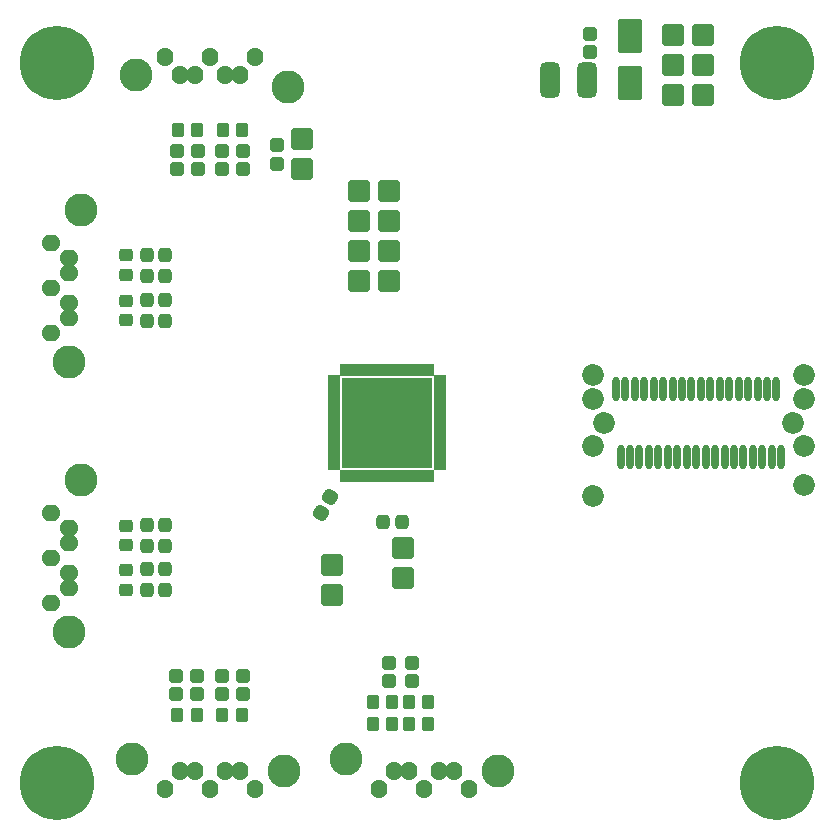
<source format=gbr>
%TF.GenerationSoftware,KiCad,Pcbnew,6.0.4-6f826c9f35~116~ubuntu20.04.1*%
%TF.CreationDate,2022-05-19T15:45:47+00:00*%
%TF.ProjectId,ADCoctoSPI01B,4144436f-6374-46f5-9350-493031422e6b,rev?*%
%TF.SameCoordinates,Original*%
%TF.FileFunction,Soldermask,Top*%
%TF.FilePolarity,Negative*%
%FSLAX46Y46*%
G04 Gerber Fmt 4.6, Leading zero omitted, Abs format (unit mm)*
G04 Created by KiCad (PCBNEW 6.0.4-6f826c9f35~116~ubuntu20.04.1) date 2022-05-19 15:45:47*
%MOMM*%
%LPD*%
G01*
G04 APERTURE LIST*
G04 Aperture macros list*
%AMRoundRect*
0 Rectangle with rounded corners*
0 $1 Rounding radius*
0 $2 $3 $4 $5 $6 $7 $8 $9 X,Y pos of 4 corners*
0 Add a 4 corners polygon primitive as box body*
4,1,4,$2,$3,$4,$5,$6,$7,$8,$9,$2,$3,0*
0 Add four circle primitives for the rounded corners*
1,1,$1+$1,$2,$3*
1,1,$1+$1,$4,$5*
1,1,$1+$1,$6,$7*
1,1,$1+$1,$8,$9*
0 Add four rect primitives between the rounded corners*
20,1,$1+$1,$2,$3,$4,$5,0*
20,1,$1+$1,$4,$5,$6,$7,0*
20,1,$1+$1,$6,$7,$8,$9,0*
20,1,$1+$1,$8,$9,$2,$3,0*%
G04 Aperture macros list end*
%ADD10C,6.300000*%
%ADD11RoundRect,0.400000X0.412500X1.100000X-0.412500X1.100000X-0.412500X-1.100000X0.412500X-1.100000X0*%
%ADD12RoundRect,0.150000X0.900000X-1.250000X0.900000X1.250000X-0.900000X1.250000X-0.900000X-1.250000X0*%
%ADD13RoundRect,0.350000X0.200000X0.275000X-0.200000X0.275000X-0.200000X-0.275000X0.200000X-0.275000X0*%
%ADD14RoundRect,0.350000X-0.275000X0.200000X-0.275000X-0.200000X0.275000X-0.200000X0.275000X0.200000X0*%
%ADD15RoundRect,0.350000X-0.200000X-0.275000X0.200000X-0.275000X0.200000X0.275000X-0.200000X0.275000X0*%
%ADD16RoundRect,0.375000X-0.250000X0.225000X-0.250000X-0.225000X0.250000X-0.225000X0.250000X0.225000X0*%
%ADD17RoundRect,0.375000X0.250000X-0.225000X0.250000X0.225000X-0.250000X0.225000X-0.250000X-0.225000X0*%
%ADD18RoundRect,0.375000X0.225000X0.250000X-0.225000X0.250000X-0.225000X-0.250000X0.225000X-0.250000X0*%
%ADD19RoundRect,0.375000X-0.225000X-0.250000X0.225000X-0.250000X0.225000X0.250000X-0.225000X0.250000X0*%
%ADD20RoundRect,0.375000X0.104006X-0.319856X0.329006X0.069856X-0.104006X0.319856X-0.329006X-0.069856X0*%
%ADD21O,1.400000X1.600000*%
%ADD22C,2.800000*%
%ADD23O,1.600000X1.400000*%
%ADD24RoundRect,0.150000X-0.762000X-0.762000X0.762000X-0.762000X0.762000X0.762000X-0.762000X0.762000X0*%
%ADD25RoundRect,0.150000X0.762000X0.762000X-0.762000X0.762000X-0.762000X-0.762000X0.762000X-0.762000X0*%
%ADD26C,1.850000*%
%ADD27O,0.650000X2.100000*%
%ADD28RoundRect,0.210000X0.340000X-0.060000X0.340000X0.060000X-0.340000X0.060000X-0.340000X-0.060000X0*%
%ADD29RoundRect,0.210000X-0.060000X-0.340000X0.060000X-0.340000X0.060000X0.340000X-0.060000X0.340000X0*%
%ADD30C,0.700000*%
%ADD31RoundRect,0.150000X-3.700000X-3.700000X3.700000X-3.700000X3.700000X3.700000X-3.700000X3.700000X0*%
G04 APERTURE END LIST*
D10*
%TO.C,M1*%
X64770000Y-71120000D03*
%TD*%
%TO.C,M2*%
X125730000Y-71120000D03*
%TD*%
%TO.C,M3*%
X125730000Y-132080000D03*
%TD*%
%TO.C,M4*%
X64770000Y-132080000D03*
%TD*%
D11*
%TO.C,C31*%
X109639500Y-72557640D03*
X106514500Y-72557640D03*
%TD*%
D12*
%TO.C,D1*%
X113284000Y-72866000D03*
X113284000Y-68866000D03*
%TD*%
D13*
%TO.C,R1*%
X80454000Y-76835000D03*
X78804000Y-76835000D03*
%TD*%
%TO.C,R2*%
X76644000Y-76835000D03*
X74994000Y-76835000D03*
%TD*%
D14*
%TO.C,R3*%
X70581520Y-87432380D03*
X70581520Y-89082380D03*
%TD*%
%TO.C,R4*%
X70586600Y-91250000D03*
X70586600Y-92900000D03*
%TD*%
%TO.C,R5*%
X70586600Y-110312700D03*
X70586600Y-111962700D03*
%TD*%
%TO.C,R6*%
X70599300Y-114071900D03*
X70599300Y-115721900D03*
%TD*%
D15*
%TO.C,R7*%
X74943200Y-126365000D03*
X76593200Y-126365000D03*
%TD*%
%TO.C,R8*%
X78765900Y-126365000D03*
X80415900Y-126365000D03*
%TD*%
%TO.C,R9*%
X94552000Y-125222000D03*
X96202000Y-125222000D03*
%TD*%
D13*
%TO.C,R14*%
X96202000Y-127127000D03*
X94552000Y-127127000D03*
%TD*%
%TO.C,R10*%
X93154000Y-125222000D03*
X91504000Y-125222000D03*
%TD*%
D15*
%TO.C,R15*%
X91516000Y-127127000D03*
X93166000Y-127127000D03*
%TD*%
D16*
%TO.C,C34*%
X109855000Y-68682000D03*
X109855000Y-70232000D03*
%TD*%
D17*
%TO.C,C1*%
X80518000Y-80150000D03*
X80518000Y-78600000D03*
%TD*%
%TO.C,C2*%
X78740000Y-80150000D03*
X78740000Y-78600000D03*
%TD*%
%TO.C,C9*%
X76708000Y-80150000D03*
X76708000Y-78600000D03*
%TD*%
%TO.C,C10*%
X74930000Y-80150000D03*
X74930000Y-78600000D03*
%TD*%
D18*
%TO.C,C3*%
X73896520Y-87368380D03*
X72346520Y-87368380D03*
%TD*%
%TO.C,C4*%
X73896520Y-89146380D03*
X72346520Y-89146380D03*
%TD*%
%TO.C,C11*%
X73901600Y-91186000D03*
X72351600Y-91186000D03*
%TD*%
%TO.C,C12*%
X73901600Y-92964000D03*
X72351600Y-92964000D03*
%TD*%
%TO.C,C5*%
X73901600Y-110248700D03*
X72351600Y-110248700D03*
%TD*%
%TO.C,C6*%
X73901600Y-112026700D03*
X72351600Y-112026700D03*
%TD*%
%TO.C,C13*%
X73914300Y-114007900D03*
X72364300Y-114007900D03*
%TD*%
%TO.C,C14*%
X73914300Y-115785900D03*
X72364300Y-115785900D03*
%TD*%
D16*
%TO.C,C7*%
X74879200Y-123050000D03*
X74879200Y-124600000D03*
%TD*%
%TO.C,C8*%
X76657200Y-123050000D03*
X76657200Y-124600000D03*
%TD*%
%TO.C,C15*%
X78701900Y-123050000D03*
X78701900Y-124600000D03*
%TD*%
%TO.C,C16*%
X80479900Y-123050000D03*
X80479900Y-124600000D03*
%TD*%
D17*
%TO.C,C19*%
X83387852Y-79671989D03*
X83387852Y-78121989D03*
%TD*%
%TO.C,C20*%
X92900500Y-123457000D03*
X92900500Y-121907000D03*
%TD*%
%TO.C,C21*%
X94805500Y-123457000D03*
X94805500Y-121907000D03*
%TD*%
D19*
%TO.C,C22*%
X92400000Y-110000000D03*
X93950000Y-110000000D03*
%TD*%
D20*
%TO.C,C17*%
X87100000Y-109200000D03*
X87875000Y-107857660D03*
%TD*%
D21*
%TO.C,J7*%
X99635000Y-132588000D03*
X98365000Y-131088000D03*
X97095000Y-131088000D03*
X95825000Y-132588000D03*
X94555000Y-131088000D03*
X93285000Y-131088000D03*
X92015000Y-132588000D03*
D22*
X89265000Y-130088000D03*
X102095000Y-131088000D03*
%TD*%
D21*
%TO.C,J4*%
X81485000Y-132588000D03*
X80215000Y-131088000D03*
X78945000Y-131088000D03*
X77675000Y-132588000D03*
X76405000Y-131088000D03*
X75135000Y-131088000D03*
X73865000Y-132588000D03*
D22*
X71115000Y-130088000D03*
X83945000Y-131088000D03*
%TD*%
D21*
%TO.C,J1*%
X73915000Y-70636000D03*
X75185000Y-72136000D03*
X76455000Y-72136000D03*
X77725000Y-70636000D03*
X78995000Y-72136000D03*
X80265000Y-72136000D03*
X81535000Y-70636000D03*
D22*
X84285000Y-73136000D03*
X71455000Y-72136000D03*
%TD*%
D23*
%TO.C,J2*%
X64262000Y-93980000D03*
X65762000Y-92710000D03*
X65762000Y-91440000D03*
X64262000Y-90170000D03*
X65762000Y-88900000D03*
X65762000Y-87630000D03*
X64262000Y-86360000D03*
D22*
X66762000Y-83610000D03*
X65762000Y-96440000D03*
%TD*%
D23*
%TO.C,J3*%
X64262000Y-116840000D03*
X65762000Y-115570000D03*
X65762000Y-114300000D03*
X64262000Y-113030000D03*
X65762000Y-111760000D03*
X65762000Y-110490000D03*
X64262000Y-109220000D03*
D22*
X66762000Y-106470000D03*
X65762000Y-119300000D03*
%TD*%
D24*
%TO.C,J8*%
X90330000Y-81990000D03*
X92870000Y-81990000D03*
X90330000Y-84530000D03*
X92870000Y-84530000D03*
X90330000Y-87070000D03*
X92870000Y-87070000D03*
X90330000Y-89610000D03*
X92870000Y-89610000D03*
%TD*%
D25*
%TO.C,J6*%
X85500000Y-80100000D03*
X85500000Y-77560000D03*
%TD*%
D24*
%TO.C,J5*%
X88050000Y-113630000D03*
X88050000Y-116170000D03*
%TD*%
%TO.C,J9*%
X94100000Y-112176491D03*
X94100000Y-114716491D03*
%TD*%
%TO.C,J11*%
X116940000Y-68730000D03*
X119480000Y-68730000D03*
X116940000Y-71270000D03*
X119480000Y-71270000D03*
X116940000Y-73810000D03*
X119480000Y-73810000D03*
%TD*%
D26*
%TO.C,J10*%
X127080280Y-101600000D03*
X111080280Y-101600000D03*
X127980280Y-106840000D03*
X127980280Y-103600000D03*
X127980280Y-99610000D03*
X127980280Y-97580000D03*
X110180280Y-107840000D03*
X110180280Y-103600000D03*
X110180280Y-99610000D03*
X110180280Y-97580000D03*
D27*
X125680280Y-98700000D03*
X124880280Y-98700000D03*
X124080280Y-98700000D03*
X123280280Y-98700000D03*
X122480280Y-98700000D03*
X121680280Y-98700000D03*
X120880280Y-98700000D03*
X120080280Y-98700000D03*
X119280280Y-98700000D03*
X118480280Y-98700000D03*
X117680280Y-98700000D03*
X116880280Y-98700000D03*
X116080280Y-98700000D03*
X115280280Y-98700000D03*
X114480280Y-98700000D03*
X113680280Y-98700000D03*
X112880280Y-98700000D03*
X112080280Y-98700000D03*
X126080280Y-104510000D03*
X125280280Y-104510000D03*
X124480280Y-104510000D03*
X123680280Y-104510000D03*
X122880280Y-104510000D03*
X122080280Y-104510000D03*
X121280280Y-104510000D03*
X120480280Y-104510000D03*
X119680280Y-104510000D03*
X118880280Y-104510000D03*
X118080280Y-104510000D03*
X117280280Y-104510000D03*
X116480280Y-104510000D03*
X115680280Y-104510000D03*
X114880280Y-104510000D03*
X114080280Y-104510000D03*
X113280280Y-104510000D03*
X112480280Y-104510000D03*
%TD*%
D28*
%TO.C,U1*%
X88194800Y-97850000D03*
X88194800Y-98350000D03*
X88194800Y-98850000D03*
X88194800Y-99350000D03*
X88194800Y-99850000D03*
X88194800Y-100350000D03*
X88194800Y-100850000D03*
X88194800Y-101350000D03*
X88194800Y-101850000D03*
X88194800Y-102350000D03*
X88194800Y-102850000D03*
X88194800Y-103350000D03*
X88194800Y-103850000D03*
X88194800Y-104350000D03*
X88194800Y-104850000D03*
X88194800Y-105350000D03*
D29*
X88944800Y-106100000D03*
X89444800Y-106100000D03*
X89944800Y-106100000D03*
X90444800Y-106100000D03*
X90944800Y-106100000D03*
X91444800Y-106100000D03*
X91944800Y-106100000D03*
X92444800Y-106100000D03*
X92944800Y-106100000D03*
X93444800Y-106100000D03*
X93944800Y-106100000D03*
X94444800Y-106100000D03*
X94944800Y-106100000D03*
X95444800Y-106100000D03*
X95944800Y-106100000D03*
X96444800Y-106100000D03*
D28*
X97194800Y-105350000D03*
X97194800Y-104850000D03*
X97194800Y-104350000D03*
X97194800Y-103850000D03*
X97194800Y-103350000D03*
X97194800Y-102850000D03*
X97194800Y-102350000D03*
X97194800Y-101850000D03*
X97194800Y-101350000D03*
X97194800Y-100850000D03*
X97194800Y-100350000D03*
X97194800Y-99850000D03*
X97194800Y-99350000D03*
X97194800Y-98850000D03*
X97194800Y-98350000D03*
X97194800Y-97850000D03*
D29*
X96444800Y-97100000D03*
X95944800Y-97100000D03*
X95444800Y-97100000D03*
X94944800Y-97100000D03*
X94444800Y-97100000D03*
X93944800Y-97100000D03*
X93444800Y-97100000D03*
X92944800Y-97100000D03*
X92444800Y-97100000D03*
X91944800Y-97100000D03*
X91444800Y-97100000D03*
X90944800Y-97100000D03*
X90444800Y-97100000D03*
X89944800Y-97100000D03*
X89444800Y-97100000D03*
X88944800Y-97100000D03*
D30*
X93844800Y-101600000D03*
X96144800Y-102750000D03*
X92694800Y-98150000D03*
X96144800Y-101600000D03*
X92694800Y-105050000D03*
X93844800Y-98150000D03*
X94994800Y-99300000D03*
X92694800Y-102750000D03*
X96144800Y-103900000D03*
X91544800Y-103900000D03*
X94994800Y-100450000D03*
X90394800Y-105050000D03*
X94994800Y-102750000D03*
X90394800Y-100450000D03*
X93844800Y-103900000D03*
X90394800Y-102750000D03*
X93844800Y-105050000D03*
X91544800Y-102750000D03*
X92694800Y-99300000D03*
X96144800Y-100450000D03*
X91544800Y-101600000D03*
X89244800Y-100450000D03*
X89244800Y-99300000D03*
X91544800Y-99300000D03*
X91544800Y-105050000D03*
X93844800Y-99300000D03*
X93844800Y-100450000D03*
X92694800Y-101600000D03*
X94994800Y-98150000D03*
X89244800Y-101600000D03*
X89244800Y-102750000D03*
X94994800Y-105050000D03*
X92694800Y-103900000D03*
X92694800Y-100450000D03*
X90394800Y-99300000D03*
X96144800Y-99300000D03*
X93844800Y-102750000D03*
D31*
X92694800Y-101600000D03*
D30*
X94994800Y-101600000D03*
X90394800Y-103900000D03*
X94994800Y-103900000D03*
X91544800Y-98150000D03*
X91544800Y-100450000D03*
X89244800Y-103900000D03*
X90394800Y-98150000D03*
X90394800Y-101600000D03*
%TD*%
M02*

</source>
